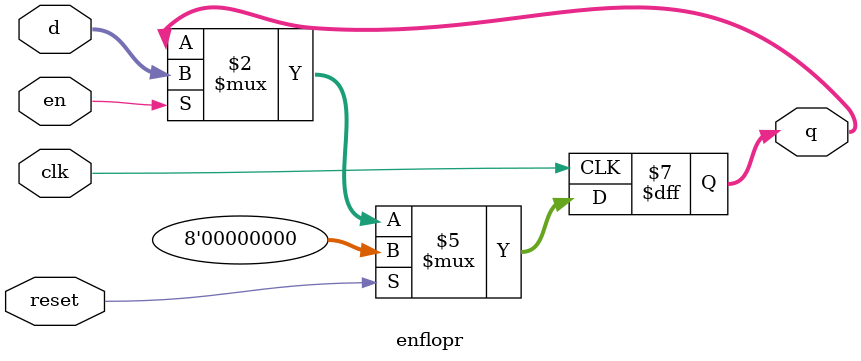
<source format=v>
module enflopr #(parameter WIDTH = 8)
              (input                     clk, reset,en,
               input         [WIDTH-1:0] d, 
               output  reg   [WIDTH-1:0] q);

  always @(posedge clk )
    if (reset)         q <= 0;
    else if (en)       q <= d;
endmodule


</source>
